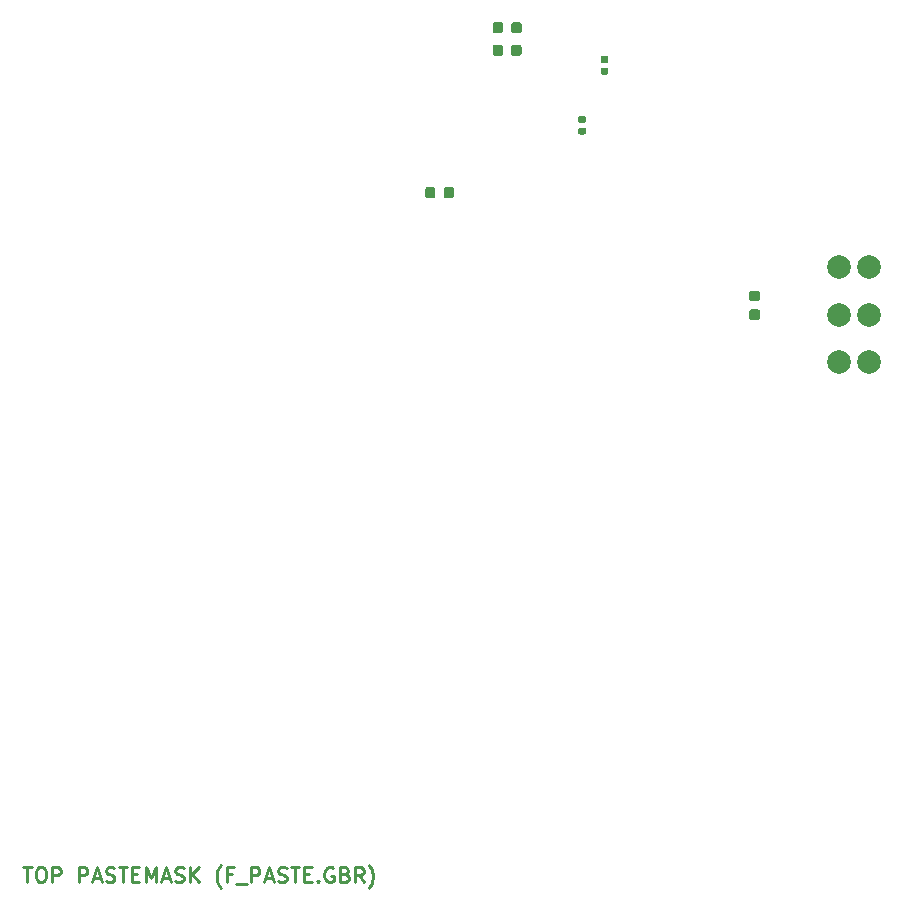
<source format=gbr>
G04 #@! TF.GenerationSoftware,KiCad,Pcbnew,(5.1.5)-3*
G04 #@! TF.CreationDate,2020-04-20T12:10:47-07:00*
G04 #@! TF.ProjectId,10096510 Battery Connection,31303039-3635-4313-9020-426174746572,rev?*
G04 #@! TF.SameCoordinates,PXb874050PY8789ff8*
G04 #@! TF.FileFunction,Paste,Top*
G04 #@! TF.FilePolarity,Positive*
%FSLAX46Y46*%
G04 Gerber Fmt 4.6, Leading zero omitted, Abs format (unit mm)*
G04 Created by KiCad (PCBNEW (5.1.5)-3) date 2020-04-20 12:10:47*
%MOMM*%
%LPD*%
G04 APERTURE LIST*
%ADD10C,0.254000*%
%ADD11C,2.000000*%
%ADD12C,0.100000*%
G04 APERTURE END LIST*
D10*
X-15588948Y-29784523D02*
X-14863234Y-29784523D01*
X-15226091Y-31054523D02*
X-15226091Y-29784523D01*
X-14197996Y-29784523D02*
X-13956091Y-29784523D01*
X-13835139Y-29845000D01*
X-13714186Y-29965952D01*
X-13653710Y-30207857D01*
X-13653710Y-30631190D01*
X-13714186Y-30873095D01*
X-13835139Y-30994047D01*
X-13956091Y-31054523D01*
X-14197996Y-31054523D01*
X-14318948Y-30994047D01*
X-14439900Y-30873095D01*
X-14500377Y-30631190D01*
X-14500377Y-30207857D01*
X-14439900Y-29965952D01*
X-14318948Y-29845000D01*
X-14197996Y-29784523D01*
X-13109424Y-31054523D02*
X-13109424Y-29784523D01*
X-12625615Y-29784523D01*
X-12504662Y-29845000D01*
X-12444186Y-29905476D01*
X-12383710Y-30026428D01*
X-12383710Y-30207857D01*
X-12444186Y-30328809D01*
X-12504662Y-30389285D01*
X-12625615Y-30449761D01*
X-13109424Y-30449761D01*
X-10871805Y-31054523D02*
X-10871805Y-29784523D01*
X-10387996Y-29784523D01*
X-10267043Y-29845000D01*
X-10206567Y-29905476D01*
X-10146091Y-30026428D01*
X-10146091Y-30207857D01*
X-10206567Y-30328809D01*
X-10267043Y-30389285D01*
X-10387996Y-30449761D01*
X-10871805Y-30449761D01*
X-9662281Y-30691666D02*
X-9057520Y-30691666D01*
X-9783234Y-31054523D02*
X-9359900Y-29784523D01*
X-8936567Y-31054523D01*
X-8573710Y-30994047D02*
X-8392281Y-31054523D01*
X-8089900Y-31054523D01*
X-7968948Y-30994047D01*
X-7908472Y-30933571D01*
X-7847996Y-30812619D01*
X-7847996Y-30691666D01*
X-7908472Y-30570714D01*
X-7968948Y-30510238D01*
X-8089900Y-30449761D01*
X-8331805Y-30389285D01*
X-8452758Y-30328809D01*
X-8513234Y-30268333D01*
X-8573710Y-30147380D01*
X-8573710Y-30026428D01*
X-8513234Y-29905476D01*
X-8452758Y-29845000D01*
X-8331805Y-29784523D01*
X-8029424Y-29784523D01*
X-7847996Y-29845000D01*
X-7485139Y-29784523D02*
X-6759424Y-29784523D01*
X-7122281Y-31054523D02*
X-7122281Y-29784523D01*
X-6336091Y-30389285D02*
X-5912758Y-30389285D01*
X-5731329Y-31054523D02*
X-6336091Y-31054523D01*
X-6336091Y-29784523D01*
X-5731329Y-29784523D01*
X-5187043Y-31054523D02*
X-5187043Y-29784523D01*
X-4763710Y-30691666D01*
X-4340377Y-29784523D01*
X-4340377Y-31054523D01*
X-3796091Y-30691666D02*
X-3191329Y-30691666D01*
X-3917043Y-31054523D02*
X-3493710Y-29784523D01*
X-3070377Y-31054523D01*
X-2707520Y-30994047D02*
X-2526091Y-31054523D01*
X-2223710Y-31054523D01*
X-2102758Y-30994047D01*
X-2042281Y-30933571D01*
X-1981805Y-30812619D01*
X-1981805Y-30691666D01*
X-2042281Y-30570714D01*
X-2102758Y-30510238D01*
X-2223710Y-30449761D01*
X-2465615Y-30389285D01*
X-2586567Y-30328809D01*
X-2647043Y-30268333D01*
X-2707520Y-30147380D01*
X-2707520Y-30026428D01*
X-2647043Y-29905476D01*
X-2586567Y-29845000D01*
X-2465615Y-29784523D01*
X-2163234Y-29784523D01*
X-1981805Y-29845000D01*
X-1437520Y-31054523D02*
X-1437520Y-29784523D01*
X-711805Y-31054523D02*
X-1256091Y-30328809D01*
X-711805Y-29784523D02*
X-1437520Y-30510238D01*
X1162957Y-31538333D02*
X1102480Y-31477857D01*
X981528Y-31296428D01*
X921052Y-31175476D01*
X860576Y-30994047D01*
X800100Y-30691666D01*
X800100Y-30449761D01*
X860576Y-30147380D01*
X921052Y-29965952D01*
X981528Y-29845000D01*
X1102480Y-29663571D01*
X1162957Y-29603095D01*
X2070100Y-30389285D02*
X1646766Y-30389285D01*
X1646766Y-31054523D02*
X1646766Y-29784523D01*
X2251528Y-29784523D01*
X2432957Y-31175476D02*
X3400576Y-31175476D01*
X3702957Y-31054523D02*
X3702957Y-29784523D01*
X4186766Y-29784523D01*
X4307719Y-29845000D01*
X4368195Y-29905476D01*
X4428671Y-30026428D01*
X4428671Y-30207857D01*
X4368195Y-30328809D01*
X4307719Y-30389285D01*
X4186766Y-30449761D01*
X3702957Y-30449761D01*
X4912480Y-30691666D02*
X5517242Y-30691666D01*
X4791528Y-31054523D02*
X5214861Y-29784523D01*
X5638195Y-31054523D01*
X6001052Y-30994047D02*
X6182480Y-31054523D01*
X6484861Y-31054523D01*
X6605814Y-30994047D01*
X6666290Y-30933571D01*
X6726766Y-30812619D01*
X6726766Y-30691666D01*
X6666290Y-30570714D01*
X6605814Y-30510238D01*
X6484861Y-30449761D01*
X6242957Y-30389285D01*
X6122004Y-30328809D01*
X6061528Y-30268333D01*
X6001052Y-30147380D01*
X6001052Y-30026428D01*
X6061528Y-29905476D01*
X6122004Y-29845000D01*
X6242957Y-29784523D01*
X6545338Y-29784523D01*
X6726766Y-29845000D01*
X7089623Y-29784523D02*
X7815338Y-29784523D01*
X7452480Y-31054523D02*
X7452480Y-29784523D01*
X8238671Y-30389285D02*
X8662004Y-30389285D01*
X8843433Y-31054523D02*
X8238671Y-31054523D01*
X8238671Y-29784523D01*
X8843433Y-29784523D01*
X9387719Y-30933571D02*
X9448195Y-30994047D01*
X9387719Y-31054523D01*
X9327242Y-30994047D01*
X9387719Y-30933571D01*
X9387719Y-31054523D01*
X10657719Y-29845000D02*
X10536766Y-29784523D01*
X10355338Y-29784523D01*
X10173909Y-29845000D01*
X10052957Y-29965952D01*
X9992480Y-30086904D01*
X9932004Y-30328809D01*
X9932004Y-30510238D01*
X9992480Y-30752142D01*
X10052957Y-30873095D01*
X10173909Y-30994047D01*
X10355338Y-31054523D01*
X10476290Y-31054523D01*
X10657719Y-30994047D01*
X10718195Y-30933571D01*
X10718195Y-30510238D01*
X10476290Y-30510238D01*
X11685814Y-30389285D02*
X11867242Y-30449761D01*
X11927719Y-30510238D01*
X11988195Y-30631190D01*
X11988195Y-30812619D01*
X11927719Y-30933571D01*
X11867242Y-30994047D01*
X11746290Y-31054523D01*
X11262480Y-31054523D01*
X11262480Y-29784523D01*
X11685814Y-29784523D01*
X11806766Y-29845000D01*
X11867242Y-29905476D01*
X11927719Y-30026428D01*
X11927719Y-30147380D01*
X11867242Y-30268333D01*
X11806766Y-30328809D01*
X11685814Y-30389285D01*
X11262480Y-30389285D01*
X13258195Y-31054523D02*
X12834861Y-30449761D01*
X12532480Y-31054523D02*
X12532480Y-29784523D01*
X13016290Y-29784523D01*
X13137242Y-29845000D01*
X13197719Y-29905476D01*
X13258195Y-30026428D01*
X13258195Y-30207857D01*
X13197719Y-30328809D01*
X13137242Y-30389285D01*
X13016290Y-30449761D01*
X12532480Y-30449761D01*
X13681528Y-31538333D02*
X13742004Y-31477857D01*
X13862957Y-31296428D01*
X13923433Y-31175476D01*
X13983909Y-30994047D01*
X14044385Y-30691666D01*
X14044385Y-30449761D01*
X13983909Y-30147380D01*
X13923433Y-29965952D01*
X13862957Y-29845000D01*
X13742004Y-29663571D01*
X13681528Y-29603095D01*
D11*
X56007000Y12979400D03*
X53467000Y12979400D03*
X56007000Y16992600D03*
X53467000Y16992600D03*
X56007000Y20980400D03*
X53467000Y20980400D03*
D12*
G36*
X26427691Y39843947D02*
G01*
X26448926Y39840797D01*
X26469750Y39835581D01*
X26489962Y39828349D01*
X26509368Y39819170D01*
X26527781Y39808134D01*
X26545024Y39795346D01*
X26560930Y39780930D01*
X26575346Y39765024D01*
X26588134Y39747781D01*
X26599170Y39729368D01*
X26608349Y39709962D01*
X26615581Y39689750D01*
X26620797Y39668926D01*
X26623947Y39647691D01*
X26625000Y39626250D01*
X26625000Y39113750D01*
X26623947Y39092309D01*
X26620797Y39071074D01*
X26615581Y39050250D01*
X26608349Y39030038D01*
X26599170Y39010632D01*
X26588134Y38992219D01*
X26575346Y38974976D01*
X26560930Y38959070D01*
X26545024Y38944654D01*
X26527781Y38931866D01*
X26509368Y38920830D01*
X26489962Y38911651D01*
X26469750Y38904419D01*
X26448926Y38899203D01*
X26427691Y38896053D01*
X26406250Y38895000D01*
X25968750Y38895000D01*
X25947309Y38896053D01*
X25926074Y38899203D01*
X25905250Y38904419D01*
X25885038Y38911651D01*
X25865632Y38920830D01*
X25847219Y38931866D01*
X25829976Y38944654D01*
X25814070Y38959070D01*
X25799654Y38974976D01*
X25786866Y38992219D01*
X25775830Y39010632D01*
X25766651Y39030038D01*
X25759419Y39050250D01*
X25754203Y39071074D01*
X25751053Y39092309D01*
X25750000Y39113750D01*
X25750000Y39626250D01*
X25751053Y39647691D01*
X25754203Y39668926D01*
X25759419Y39689750D01*
X25766651Y39709962D01*
X25775830Y39729368D01*
X25786866Y39747781D01*
X25799654Y39765024D01*
X25814070Y39780930D01*
X25829976Y39795346D01*
X25847219Y39808134D01*
X25865632Y39819170D01*
X25885038Y39828349D01*
X25905250Y39835581D01*
X25926074Y39840797D01*
X25947309Y39843947D01*
X25968750Y39845000D01*
X26406250Y39845000D01*
X26427691Y39843947D01*
G37*
G36*
X24852691Y39843947D02*
G01*
X24873926Y39840797D01*
X24894750Y39835581D01*
X24914962Y39828349D01*
X24934368Y39819170D01*
X24952781Y39808134D01*
X24970024Y39795346D01*
X24985930Y39780930D01*
X25000346Y39765024D01*
X25013134Y39747781D01*
X25024170Y39729368D01*
X25033349Y39709962D01*
X25040581Y39689750D01*
X25045797Y39668926D01*
X25048947Y39647691D01*
X25050000Y39626250D01*
X25050000Y39113750D01*
X25048947Y39092309D01*
X25045797Y39071074D01*
X25040581Y39050250D01*
X25033349Y39030038D01*
X25024170Y39010632D01*
X25013134Y38992219D01*
X25000346Y38974976D01*
X24985930Y38959070D01*
X24970024Y38944654D01*
X24952781Y38931866D01*
X24934368Y38920830D01*
X24914962Y38911651D01*
X24894750Y38904419D01*
X24873926Y38899203D01*
X24852691Y38896053D01*
X24831250Y38895000D01*
X24393750Y38895000D01*
X24372309Y38896053D01*
X24351074Y38899203D01*
X24330250Y38904419D01*
X24310038Y38911651D01*
X24290632Y38920830D01*
X24272219Y38931866D01*
X24254976Y38944654D01*
X24239070Y38959070D01*
X24224654Y38974976D01*
X24211866Y38992219D01*
X24200830Y39010632D01*
X24191651Y39030038D01*
X24184419Y39050250D01*
X24179203Y39071074D01*
X24176053Y39092309D01*
X24175000Y39113750D01*
X24175000Y39626250D01*
X24176053Y39647691D01*
X24179203Y39668926D01*
X24184419Y39689750D01*
X24191651Y39709962D01*
X24200830Y39729368D01*
X24211866Y39747781D01*
X24224654Y39765024D01*
X24239070Y39780930D01*
X24254976Y39795346D01*
X24272219Y39808134D01*
X24290632Y39819170D01*
X24310038Y39828349D01*
X24330250Y39835581D01*
X24351074Y39840797D01*
X24372309Y39843947D01*
X24393750Y39845000D01*
X24831250Y39845000D01*
X24852691Y39843947D01*
G37*
G36*
X24852691Y41748947D02*
G01*
X24873926Y41745797D01*
X24894750Y41740581D01*
X24914962Y41733349D01*
X24934368Y41724170D01*
X24952781Y41713134D01*
X24970024Y41700346D01*
X24985930Y41685930D01*
X25000346Y41670024D01*
X25013134Y41652781D01*
X25024170Y41634368D01*
X25033349Y41614962D01*
X25040581Y41594750D01*
X25045797Y41573926D01*
X25048947Y41552691D01*
X25050000Y41531250D01*
X25050000Y41018750D01*
X25048947Y40997309D01*
X25045797Y40976074D01*
X25040581Y40955250D01*
X25033349Y40935038D01*
X25024170Y40915632D01*
X25013134Y40897219D01*
X25000346Y40879976D01*
X24985930Y40864070D01*
X24970024Y40849654D01*
X24952781Y40836866D01*
X24934368Y40825830D01*
X24914962Y40816651D01*
X24894750Y40809419D01*
X24873926Y40804203D01*
X24852691Y40801053D01*
X24831250Y40800000D01*
X24393750Y40800000D01*
X24372309Y40801053D01*
X24351074Y40804203D01*
X24330250Y40809419D01*
X24310038Y40816651D01*
X24290632Y40825830D01*
X24272219Y40836866D01*
X24254976Y40849654D01*
X24239070Y40864070D01*
X24224654Y40879976D01*
X24211866Y40897219D01*
X24200830Y40915632D01*
X24191651Y40935038D01*
X24184419Y40955250D01*
X24179203Y40976074D01*
X24176053Y40997309D01*
X24175000Y41018750D01*
X24175000Y41531250D01*
X24176053Y41552691D01*
X24179203Y41573926D01*
X24184419Y41594750D01*
X24191651Y41614962D01*
X24200830Y41634368D01*
X24211866Y41652781D01*
X24224654Y41670024D01*
X24239070Y41685930D01*
X24254976Y41700346D01*
X24272219Y41713134D01*
X24290632Y41724170D01*
X24310038Y41733349D01*
X24330250Y41740581D01*
X24351074Y41745797D01*
X24372309Y41748947D01*
X24393750Y41750000D01*
X24831250Y41750000D01*
X24852691Y41748947D01*
G37*
G36*
X26427691Y41748947D02*
G01*
X26448926Y41745797D01*
X26469750Y41740581D01*
X26489962Y41733349D01*
X26509368Y41724170D01*
X26527781Y41713134D01*
X26545024Y41700346D01*
X26560930Y41685930D01*
X26575346Y41670024D01*
X26588134Y41652781D01*
X26599170Y41634368D01*
X26608349Y41614962D01*
X26615581Y41594750D01*
X26620797Y41573926D01*
X26623947Y41552691D01*
X26625000Y41531250D01*
X26625000Y41018750D01*
X26623947Y40997309D01*
X26620797Y40976074D01*
X26615581Y40955250D01*
X26608349Y40935038D01*
X26599170Y40915632D01*
X26588134Y40897219D01*
X26575346Y40879976D01*
X26560930Y40864070D01*
X26545024Y40849654D01*
X26527781Y40836866D01*
X26509368Y40825830D01*
X26489962Y40816651D01*
X26469750Y40809419D01*
X26448926Y40804203D01*
X26427691Y40801053D01*
X26406250Y40800000D01*
X25968750Y40800000D01*
X25947309Y40801053D01*
X25926074Y40804203D01*
X25905250Y40809419D01*
X25885038Y40816651D01*
X25865632Y40825830D01*
X25847219Y40836866D01*
X25829976Y40849654D01*
X25814070Y40864070D01*
X25799654Y40879976D01*
X25786866Y40897219D01*
X25775830Y40915632D01*
X25766651Y40935038D01*
X25759419Y40955250D01*
X25754203Y40976074D01*
X25751053Y40997309D01*
X25750000Y41018750D01*
X25750000Y41531250D01*
X25751053Y41552691D01*
X25754203Y41573926D01*
X25759419Y41594750D01*
X25766651Y41614962D01*
X25775830Y41634368D01*
X25786866Y41652781D01*
X25799654Y41670024D01*
X25814070Y41685930D01*
X25829976Y41700346D01*
X25847219Y41713134D01*
X25865632Y41724170D01*
X25885038Y41733349D01*
X25905250Y41740581D01*
X25926074Y41745797D01*
X25947309Y41748947D01*
X25968750Y41750000D01*
X26406250Y41750000D01*
X26427691Y41748947D01*
G37*
G36*
X31936958Y32829290D02*
G01*
X31951276Y32827166D01*
X31965317Y32823649D01*
X31978946Y32818772D01*
X31992031Y32812583D01*
X32004447Y32805142D01*
X32016073Y32796519D01*
X32026798Y32786798D01*
X32036519Y32776073D01*
X32045142Y32764447D01*
X32052583Y32752031D01*
X32058772Y32738946D01*
X32063649Y32725317D01*
X32067166Y32711276D01*
X32069290Y32696958D01*
X32070000Y32682500D01*
X32070000Y32387500D01*
X32069290Y32373042D01*
X32067166Y32358724D01*
X32063649Y32344683D01*
X32058772Y32331054D01*
X32052583Y32317969D01*
X32045142Y32305553D01*
X32036519Y32293927D01*
X32026798Y32283202D01*
X32016073Y32273481D01*
X32004447Y32264858D01*
X31992031Y32257417D01*
X31978946Y32251228D01*
X31965317Y32246351D01*
X31951276Y32242834D01*
X31936958Y32240710D01*
X31922500Y32240000D01*
X31577500Y32240000D01*
X31563042Y32240710D01*
X31548724Y32242834D01*
X31534683Y32246351D01*
X31521054Y32251228D01*
X31507969Y32257417D01*
X31495553Y32264858D01*
X31483927Y32273481D01*
X31473202Y32283202D01*
X31463481Y32293927D01*
X31454858Y32305553D01*
X31447417Y32317969D01*
X31441228Y32331054D01*
X31436351Y32344683D01*
X31432834Y32358724D01*
X31430710Y32373042D01*
X31430000Y32387500D01*
X31430000Y32682500D01*
X31430710Y32696958D01*
X31432834Y32711276D01*
X31436351Y32725317D01*
X31441228Y32738946D01*
X31447417Y32752031D01*
X31454858Y32764447D01*
X31463481Y32776073D01*
X31473202Y32786798D01*
X31483927Y32796519D01*
X31495553Y32805142D01*
X31507969Y32812583D01*
X31521054Y32818772D01*
X31534683Y32823649D01*
X31548724Y32827166D01*
X31563042Y32829290D01*
X31577500Y32830000D01*
X31922500Y32830000D01*
X31936958Y32829290D01*
G37*
G36*
X31936958Y33799290D02*
G01*
X31951276Y33797166D01*
X31965317Y33793649D01*
X31978946Y33788772D01*
X31992031Y33782583D01*
X32004447Y33775142D01*
X32016073Y33766519D01*
X32026798Y33756798D01*
X32036519Y33746073D01*
X32045142Y33734447D01*
X32052583Y33722031D01*
X32058772Y33708946D01*
X32063649Y33695317D01*
X32067166Y33681276D01*
X32069290Y33666958D01*
X32070000Y33652500D01*
X32070000Y33357500D01*
X32069290Y33343042D01*
X32067166Y33328724D01*
X32063649Y33314683D01*
X32058772Y33301054D01*
X32052583Y33287969D01*
X32045142Y33275553D01*
X32036519Y33263927D01*
X32026798Y33253202D01*
X32016073Y33243481D01*
X32004447Y33234858D01*
X31992031Y33227417D01*
X31978946Y33221228D01*
X31965317Y33216351D01*
X31951276Y33212834D01*
X31936958Y33210710D01*
X31922500Y33210000D01*
X31577500Y33210000D01*
X31563042Y33210710D01*
X31548724Y33212834D01*
X31534683Y33216351D01*
X31521054Y33221228D01*
X31507969Y33227417D01*
X31495553Y33234858D01*
X31483927Y33243481D01*
X31473202Y33253202D01*
X31463481Y33263927D01*
X31454858Y33275553D01*
X31447417Y33287969D01*
X31441228Y33301054D01*
X31436351Y33314683D01*
X31432834Y33328724D01*
X31430710Y33343042D01*
X31430000Y33357500D01*
X31430000Y33652500D01*
X31430710Y33666958D01*
X31432834Y33681276D01*
X31436351Y33695317D01*
X31441228Y33708946D01*
X31447417Y33722031D01*
X31454858Y33734447D01*
X31463481Y33746073D01*
X31473202Y33756798D01*
X31483927Y33766519D01*
X31495553Y33775142D01*
X31507969Y33782583D01*
X31521054Y33788772D01*
X31534683Y33793649D01*
X31548724Y33797166D01*
X31563042Y33799290D01*
X31577500Y33800000D01*
X31922500Y33800000D01*
X31936958Y33799290D01*
G37*
G36*
X33841958Y37909290D02*
G01*
X33856276Y37907166D01*
X33870317Y37903649D01*
X33883946Y37898772D01*
X33897031Y37892583D01*
X33909447Y37885142D01*
X33921073Y37876519D01*
X33931798Y37866798D01*
X33941519Y37856073D01*
X33950142Y37844447D01*
X33957583Y37832031D01*
X33963772Y37818946D01*
X33968649Y37805317D01*
X33972166Y37791276D01*
X33974290Y37776958D01*
X33975000Y37762500D01*
X33975000Y37467500D01*
X33974290Y37453042D01*
X33972166Y37438724D01*
X33968649Y37424683D01*
X33963772Y37411054D01*
X33957583Y37397969D01*
X33950142Y37385553D01*
X33941519Y37373927D01*
X33931798Y37363202D01*
X33921073Y37353481D01*
X33909447Y37344858D01*
X33897031Y37337417D01*
X33883946Y37331228D01*
X33870317Y37326351D01*
X33856276Y37322834D01*
X33841958Y37320710D01*
X33827500Y37320000D01*
X33482500Y37320000D01*
X33468042Y37320710D01*
X33453724Y37322834D01*
X33439683Y37326351D01*
X33426054Y37331228D01*
X33412969Y37337417D01*
X33400553Y37344858D01*
X33388927Y37353481D01*
X33378202Y37363202D01*
X33368481Y37373927D01*
X33359858Y37385553D01*
X33352417Y37397969D01*
X33346228Y37411054D01*
X33341351Y37424683D01*
X33337834Y37438724D01*
X33335710Y37453042D01*
X33335000Y37467500D01*
X33335000Y37762500D01*
X33335710Y37776958D01*
X33337834Y37791276D01*
X33341351Y37805317D01*
X33346228Y37818946D01*
X33352417Y37832031D01*
X33359858Y37844447D01*
X33368481Y37856073D01*
X33378202Y37866798D01*
X33388927Y37876519D01*
X33400553Y37885142D01*
X33412969Y37892583D01*
X33426054Y37898772D01*
X33439683Y37903649D01*
X33453724Y37907166D01*
X33468042Y37909290D01*
X33482500Y37910000D01*
X33827500Y37910000D01*
X33841958Y37909290D01*
G37*
G36*
X33841958Y38879290D02*
G01*
X33856276Y38877166D01*
X33870317Y38873649D01*
X33883946Y38868772D01*
X33897031Y38862583D01*
X33909447Y38855142D01*
X33921073Y38846519D01*
X33931798Y38836798D01*
X33941519Y38826073D01*
X33950142Y38814447D01*
X33957583Y38802031D01*
X33963772Y38788946D01*
X33968649Y38775317D01*
X33972166Y38761276D01*
X33974290Y38746958D01*
X33975000Y38732500D01*
X33975000Y38437500D01*
X33974290Y38423042D01*
X33972166Y38408724D01*
X33968649Y38394683D01*
X33963772Y38381054D01*
X33957583Y38367969D01*
X33950142Y38355553D01*
X33941519Y38343927D01*
X33931798Y38333202D01*
X33921073Y38323481D01*
X33909447Y38314858D01*
X33897031Y38307417D01*
X33883946Y38301228D01*
X33870317Y38296351D01*
X33856276Y38292834D01*
X33841958Y38290710D01*
X33827500Y38290000D01*
X33482500Y38290000D01*
X33468042Y38290710D01*
X33453724Y38292834D01*
X33439683Y38296351D01*
X33426054Y38301228D01*
X33412969Y38307417D01*
X33400553Y38314858D01*
X33388927Y38323481D01*
X33378202Y38333202D01*
X33368481Y38343927D01*
X33359858Y38355553D01*
X33352417Y38367969D01*
X33346228Y38381054D01*
X33341351Y38394683D01*
X33337834Y38408724D01*
X33335710Y38423042D01*
X33335000Y38437500D01*
X33335000Y38732500D01*
X33335710Y38746958D01*
X33337834Y38761276D01*
X33341351Y38775317D01*
X33346228Y38788946D01*
X33352417Y38802031D01*
X33359858Y38814447D01*
X33368481Y38826073D01*
X33378202Y38836798D01*
X33388927Y38846519D01*
X33400553Y38855142D01*
X33412969Y38862583D01*
X33426054Y38868772D01*
X33439683Y38873649D01*
X33453724Y38877166D01*
X33468042Y38879290D01*
X33482500Y38880000D01*
X33827500Y38880000D01*
X33841958Y38879290D01*
G37*
G36*
X46632691Y19003947D02*
G01*
X46653926Y19000797D01*
X46674750Y18995581D01*
X46694962Y18988349D01*
X46714368Y18979170D01*
X46732781Y18968134D01*
X46750024Y18955346D01*
X46765930Y18940930D01*
X46780346Y18925024D01*
X46793134Y18907781D01*
X46804170Y18889368D01*
X46813349Y18869962D01*
X46820581Y18849750D01*
X46825797Y18828926D01*
X46828947Y18807691D01*
X46830000Y18786250D01*
X46830000Y18348750D01*
X46828947Y18327309D01*
X46825797Y18306074D01*
X46820581Y18285250D01*
X46813349Y18265038D01*
X46804170Y18245632D01*
X46793134Y18227219D01*
X46780346Y18209976D01*
X46765930Y18194070D01*
X46750024Y18179654D01*
X46732781Y18166866D01*
X46714368Y18155830D01*
X46694962Y18146651D01*
X46674750Y18139419D01*
X46653926Y18134203D01*
X46632691Y18131053D01*
X46611250Y18130000D01*
X46098750Y18130000D01*
X46077309Y18131053D01*
X46056074Y18134203D01*
X46035250Y18139419D01*
X46015038Y18146651D01*
X45995632Y18155830D01*
X45977219Y18166866D01*
X45959976Y18179654D01*
X45944070Y18194070D01*
X45929654Y18209976D01*
X45916866Y18227219D01*
X45905830Y18245632D01*
X45896651Y18265038D01*
X45889419Y18285250D01*
X45884203Y18306074D01*
X45881053Y18327309D01*
X45880000Y18348750D01*
X45880000Y18786250D01*
X45881053Y18807691D01*
X45884203Y18828926D01*
X45889419Y18849750D01*
X45896651Y18869962D01*
X45905830Y18889368D01*
X45916866Y18907781D01*
X45929654Y18925024D01*
X45944070Y18940930D01*
X45959976Y18955346D01*
X45977219Y18968134D01*
X45995632Y18979170D01*
X46015038Y18988349D01*
X46035250Y18995581D01*
X46056074Y19000797D01*
X46077309Y19003947D01*
X46098750Y19005000D01*
X46611250Y19005000D01*
X46632691Y19003947D01*
G37*
G36*
X46632691Y17428947D02*
G01*
X46653926Y17425797D01*
X46674750Y17420581D01*
X46694962Y17413349D01*
X46714368Y17404170D01*
X46732781Y17393134D01*
X46750024Y17380346D01*
X46765930Y17365930D01*
X46780346Y17350024D01*
X46793134Y17332781D01*
X46804170Y17314368D01*
X46813349Y17294962D01*
X46820581Y17274750D01*
X46825797Y17253926D01*
X46828947Y17232691D01*
X46830000Y17211250D01*
X46830000Y16773750D01*
X46828947Y16752309D01*
X46825797Y16731074D01*
X46820581Y16710250D01*
X46813349Y16690038D01*
X46804170Y16670632D01*
X46793134Y16652219D01*
X46780346Y16634976D01*
X46765930Y16619070D01*
X46750024Y16604654D01*
X46732781Y16591866D01*
X46714368Y16580830D01*
X46694962Y16571651D01*
X46674750Y16564419D01*
X46653926Y16559203D01*
X46632691Y16556053D01*
X46611250Y16555000D01*
X46098750Y16555000D01*
X46077309Y16556053D01*
X46056074Y16559203D01*
X46035250Y16564419D01*
X46015038Y16571651D01*
X45995632Y16580830D01*
X45977219Y16591866D01*
X45959976Y16604654D01*
X45944070Y16619070D01*
X45929654Y16634976D01*
X45916866Y16652219D01*
X45905830Y16670632D01*
X45896651Y16690038D01*
X45889419Y16710250D01*
X45884203Y16731074D01*
X45881053Y16752309D01*
X45880000Y16773750D01*
X45880000Y17211250D01*
X45881053Y17232691D01*
X45884203Y17253926D01*
X45889419Y17274750D01*
X45896651Y17294962D01*
X45905830Y17314368D01*
X45916866Y17332781D01*
X45929654Y17350024D01*
X45944070Y17365930D01*
X45959976Y17380346D01*
X45977219Y17393134D01*
X45995632Y17404170D01*
X46015038Y17413349D01*
X46035250Y17420581D01*
X46056074Y17425797D01*
X46077309Y17428947D01*
X46098750Y17430000D01*
X46611250Y17430000D01*
X46632691Y17428947D01*
G37*
G36*
X19137691Y27778947D02*
G01*
X19158926Y27775797D01*
X19179750Y27770581D01*
X19199962Y27763349D01*
X19219368Y27754170D01*
X19237781Y27743134D01*
X19255024Y27730346D01*
X19270930Y27715930D01*
X19285346Y27700024D01*
X19298134Y27682781D01*
X19309170Y27664368D01*
X19318349Y27644962D01*
X19325581Y27624750D01*
X19330797Y27603926D01*
X19333947Y27582691D01*
X19335000Y27561250D01*
X19335000Y27048750D01*
X19333947Y27027309D01*
X19330797Y27006074D01*
X19325581Y26985250D01*
X19318349Y26965038D01*
X19309170Y26945632D01*
X19298134Y26927219D01*
X19285346Y26909976D01*
X19270930Y26894070D01*
X19255024Y26879654D01*
X19237781Y26866866D01*
X19219368Y26855830D01*
X19199962Y26846651D01*
X19179750Y26839419D01*
X19158926Y26834203D01*
X19137691Y26831053D01*
X19116250Y26830000D01*
X18678750Y26830000D01*
X18657309Y26831053D01*
X18636074Y26834203D01*
X18615250Y26839419D01*
X18595038Y26846651D01*
X18575632Y26855830D01*
X18557219Y26866866D01*
X18539976Y26879654D01*
X18524070Y26894070D01*
X18509654Y26909976D01*
X18496866Y26927219D01*
X18485830Y26945632D01*
X18476651Y26965038D01*
X18469419Y26985250D01*
X18464203Y27006074D01*
X18461053Y27027309D01*
X18460000Y27048750D01*
X18460000Y27561250D01*
X18461053Y27582691D01*
X18464203Y27603926D01*
X18469419Y27624750D01*
X18476651Y27644962D01*
X18485830Y27664368D01*
X18496866Y27682781D01*
X18509654Y27700024D01*
X18524070Y27715930D01*
X18539976Y27730346D01*
X18557219Y27743134D01*
X18575632Y27754170D01*
X18595038Y27763349D01*
X18615250Y27770581D01*
X18636074Y27775797D01*
X18657309Y27778947D01*
X18678750Y27780000D01*
X19116250Y27780000D01*
X19137691Y27778947D01*
G37*
G36*
X20712691Y27778947D02*
G01*
X20733926Y27775797D01*
X20754750Y27770581D01*
X20774962Y27763349D01*
X20794368Y27754170D01*
X20812781Y27743134D01*
X20830024Y27730346D01*
X20845930Y27715930D01*
X20860346Y27700024D01*
X20873134Y27682781D01*
X20884170Y27664368D01*
X20893349Y27644962D01*
X20900581Y27624750D01*
X20905797Y27603926D01*
X20908947Y27582691D01*
X20910000Y27561250D01*
X20910000Y27048750D01*
X20908947Y27027309D01*
X20905797Y27006074D01*
X20900581Y26985250D01*
X20893349Y26965038D01*
X20884170Y26945632D01*
X20873134Y26927219D01*
X20860346Y26909976D01*
X20845930Y26894070D01*
X20830024Y26879654D01*
X20812781Y26866866D01*
X20794368Y26855830D01*
X20774962Y26846651D01*
X20754750Y26839419D01*
X20733926Y26834203D01*
X20712691Y26831053D01*
X20691250Y26830000D01*
X20253750Y26830000D01*
X20232309Y26831053D01*
X20211074Y26834203D01*
X20190250Y26839419D01*
X20170038Y26846651D01*
X20150632Y26855830D01*
X20132219Y26866866D01*
X20114976Y26879654D01*
X20099070Y26894070D01*
X20084654Y26909976D01*
X20071866Y26927219D01*
X20060830Y26945632D01*
X20051651Y26965038D01*
X20044419Y26985250D01*
X20039203Y27006074D01*
X20036053Y27027309D01*
X20035000Y27048750D01*
X20035000Y27561250D01*
X20036053Y27582691D01*
X20039203Y27603926D01*
X20044419Y27624750D01*
X20051651Y27644962D01*
X20060830Y27664368D01*
X20071866Y27682781D01*
X20084654Y27700024D01*
X20099070Y27715930D01*
X20114976Y27730346D01*
X20132219Y27743134D01*
X20150632Y27754170D01*
X20170038Y27763349D01*
X20190250Y27770581D01*
X20211074Y27775797D01*
X20232309Y27778947D01*
X20253750Y27780000D01*
X20691250Y27780000D01*
X20712691Y27778947D01*
G37*
M02*

</source>
